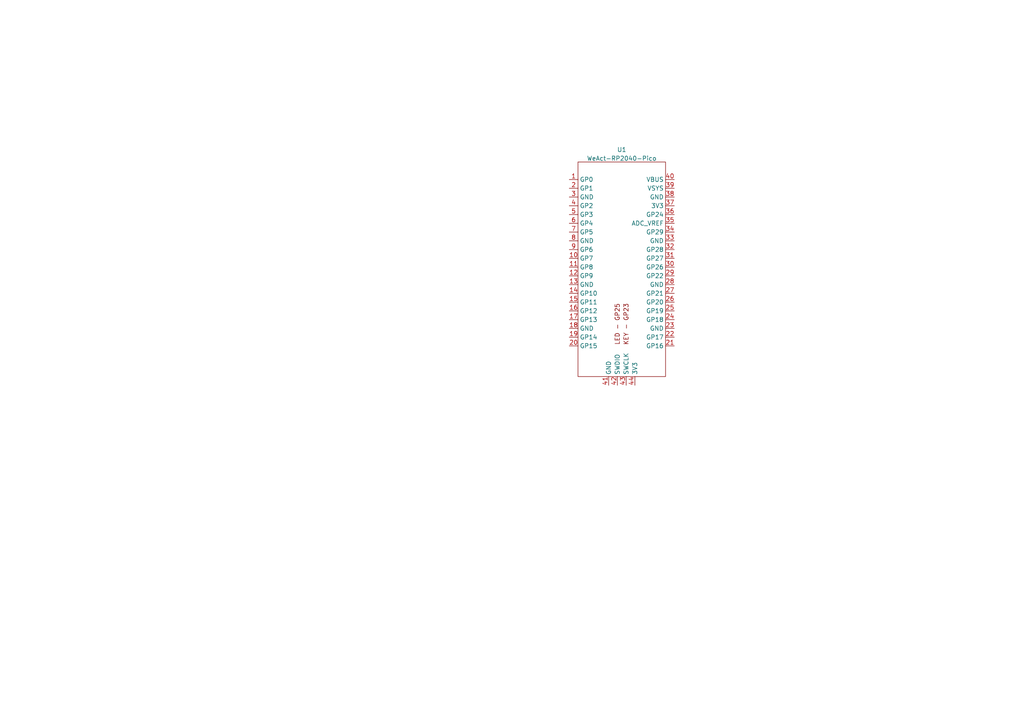
<source format=kicad_sch>
(kicad_sch (version 20211123) (generator eeschema)
  (paper "A4")
  (lib_symbols
    (symbol "WeAct-RP2040-Pico:WeAct-RP2040-Pico"
      (property "Reference" "U" (at 0 16.51 0))
      (property "Value" "WeAct-RP2040-Pico" (at 0 19.05 0))
      (symbol "WeAct-RP2040-Pico_0_0"
        (text "KEY - GP23" (at 1.27 -26.67 900) (effects (font (size 1.27 1.27))))
        (text "LED - GP25" (at -1.27 -26.67 900) (effects (font (size 1.27 1.27))))
      )
      (symbol "WeAct-RP2040-Pico_0_1"
        (rectangle (start -12.7 20.32) (end 12.7 -41.91))
      )
      (symbol "WeAct-RP2040-Pico_1_1"
        (pin bidirectional line (at -15.24 15.24 0) (length 2.54) (name "GP0") (number "1"))
        (pin bidirectional line (at -15.24 -7.62 0) (length 2.54) (name "GP7") (number "10"))
        (pin bidirectional line (at -15.24 -10.16 0) (length 2.54) (name "GP8") (number "11"))
        (pin bidirectional line (at -15.24 -12.7 0) (length 2.54) (name "GP9") (number "12"))
        (pin bidirectional line (at -15.24 -15.24 0) (length 2.54) (name "GND") (number "13"))
        (pin bidirectional line (at -15.24 -17.78 0) (length 2.54) (name "GP10") (number "14"))
        (pin bidirectional line (at -15.24 -20.32 0) (length 2.54) (name "GP11") (number "15"))
        (pin bidirectional line (at -15.24 -22.86 0) (length 2.54) (name "GP12") (number "16"))
        (pin bidirectional line (at -15.24 -25.4 0) (length 2.54) (name "GP13") (number "17"))
        (pin bidirectional line (at -15.24 -27.94 0) (length 2.54) (name "GND") (number "18"))
        (pin bidirectional line (at -15.24 -30.48 0) (length 2.54) (name "GP14") (number "19"))
        (pin bidirectional line (at -15.24 12.7 0) (length 2.54) (name "GP1") (number "2"))
        (pin bidirectional line (at -15.24 -33.02 0) (length 2.54) (name "GP15") (number "20"))
        (pin bidirectional line (at 15.24 -33.02 180) (length 2.54) (name "GP16") (number "21"))
        (pin bidirectional line (at 15.24 -30.48 180) (length 2.54) (name "GP17") (number "22"))
        (pin bidirectional line (at 15.24 -27.94 180) (length 2.54) (name "GND") (number "23"))
        (pin bidirectional line (at 15.24 -25.4 180) (length 2.54) (name "GP18") (number "24"))
        (pin bidirectional line (at 15.24 -22.86 180) (length 2.54) (name "GP19") (number "25"))
        (pin bidirectional line (at 15.24 -20.32 180) (length 2.54) (name "GP20") (number "26"))
        (pin bidirectional line (at 15.24 -17.78 180) (length 2.54) (name "GP21") (number "27"))
        (pin bidirectional line (at 15.24 -15.24 180) (length 2.54) (name "GND") (number "28"))
        (pin bidirectional line (at 15.24 -12.7 180) (length 2.54) (name "GP22") (number "29"))
        (pin bidirectional line (at -15.24 10.16 0) (length 2.54) (name "GND") (number "3"))
        (pin bidirectional line (at 15.24 -10.16 180) (length 2.54) (name "GP26") (number "30"))
        (pin bidirectional line (at 15.24 -7.62 180) (length 2.54) (name "GP27") (number "31"))
        (pin bidirectional line (at 15.24 -5.08 180) (length 2.54) (name "GP28") (number "32"))
        (pin bidirectional line (at 15.24 -2.54 180) (length 2.54) (name "GND") (number "33"))
        (pin bidirectional line (at 15.24 0 180) (length 2.54) (name "GP29") (number "34"))
        (pin bidirectional line (at 15.24 2.54 180) (length 2.54) (name "ADC_VREF") (number "35"))
        (pin bidirectional line (at 15.24 5.08 180) (length 2.54) (name "GP24") (number "36"))
        (pin bidirectional line (at 15.24 7.62 180) (length 2.54) (name "3V3") (number "37"))
        (pin bidirectional line (at 15.24 10.16 180) (length 2.54) (name "GND") (number "38"))
        (pin bidirectional line (at 15.24 12.7 180) (length 2.54) (name "VSYS") (number "39"))
        (pin bidirectional line (at -15.24 7.62 0) (length 2.54) (name "GP2") (number "4"))
        (pin bidirectional line (at 15.24 15.24 180) (length 2.54) (name "VBUS") (number "40"))
        (pin bidirectional line (at -3.81 -44.45 90) (length 2.54) (name "GND") (number "41"))
        (pin bidirectional line (at -1.27 -44.45 90) (length 2.54) (name "SWDIO") (number "42"))
        (pin bidirectional line (at 1.27 -44.45 90) (length 2.54) (name "SWCLK") (number "43"))
        (pin bidirectional line (at 3.81 -44.45 90) (length 2.54) (name "3V3") (number "44"))
        (pin bidirectional line (at -15.24 5.08 0) (length 2.54) (name "GP3") (number "5"))
        (pin bidirectional line (at -15.24 2.54 0) (length 2.54) (name "GP4") (number "6"))
        (pin bidirectional line (at -15.24 0 0) (length 2.54) (name "GP5") (number "7"))
        (pin bidirectional line (at -15.24 -2.54 0) (length 2.54) (name "GND") (number "8"))
        (pin bidirectional line (at -15.24 -5.08 0) (length 2.54) (name "GP6") (number "9"))
      )
    )
  )
  (symbol (lib_id "WeAct-RP2040-Pico:WeAct-RP2040-Pico") (at 180.34 67.31 0) (unit 1)
    (property "Reference" "U1" (at 180.34 43.4172 0))
    (property "Value" "WeAct-RP2040-Pico" (at 180.34 45.9541 0))
    (property "Footprint" "WeAct-RP2040-Pico:WeAct-RP2040-Pico" (effects hide))
  )
)
</source>
